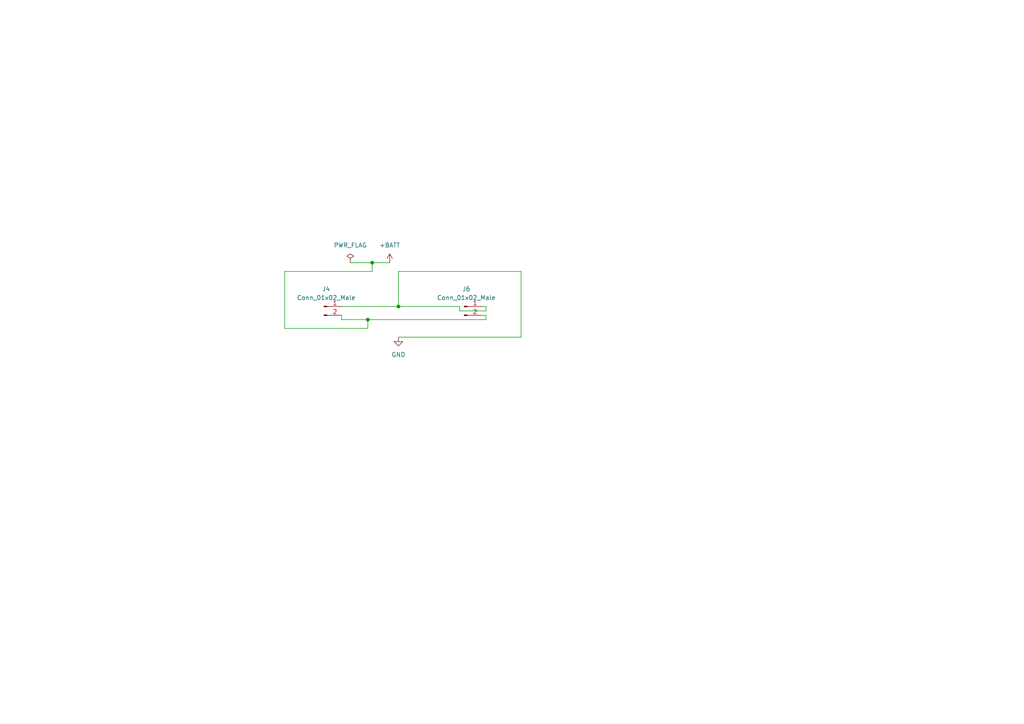
<source format=kicad_sch>
(kicad_sch (version 20211123) (generator eeschema)
  (paper "A4")
  (lib_symbols
    (symbol "Connector:Conn_01x02_Male" (pin_names (offset 1.016) hide)
      (property "Reference" "J" (at 0 2.54 0))
      (property "Value" "Conn_01x02_Male" (at 0 -5.08 0))
      (symbol "Conn_01x02_Male_1_1"
        (polyline (pts (xy 1.27 -2.54) (xy 0.8636 -2.54)) (stroke (width 0.1524)))
        (polyline (pts (xy 1.27 0) (xy 0.8636 0)) (stroke (width 0.1524)))
        (rectangle (start 0.8636 -2.413) (end 0 -2.667) (stroke (width 0.1524)) (fill (type outline)))
        (rectangle (start 0.8636 0.127) (end 0 -0.127) (stroke (width 0.1524)) (fill (type outline)))
        (pin passive line (at 5.08 0 180) (length 3.81) (name "Pin_1") (number "1"))
        (pin passive line (at 5.08 -2.54 180) (length 3.81) (name "Pin_2") (number "2"))
      )
    )
    (symbol "power:+BATT" (power) (pin_names (offset 0))
      (property "Value" "+BATT" (at 0 3.556 0))
      (symbol "+BATT_0_1"
        (polyline (pts (xy -0.762 1.27) (xy 0 2.54)))
        (polyline (pts (xy 0 0) (xy 0 2.54)))
        (polyline (pts (xy 0 2.54) (xy 0.762 1.27)))
      )
      (symbol "+BATT_1_1"
        (pin power_in line (at 0 0 90) (length 0) hide (name "+BATT") (number "1"))
      )
    )
    (symbol "power:GND" (power) (pin_names (offset 0))
      (property "Value" "GND" (at 0 -3.81 0))
      (symbol "GND_0_1"
        (polyline (pts (xy 0 0) (xy 0 -1.27) (xy 1.27 -1.27) (xy 0 -2.54) (xy -1.27 -1.27) (xy 0 -1.27)))
      )
      (symbol "GND_1_1"
        (pin power_in line (at 0 0 270) (length 0) hide (name "GND") (number "1"))
      )
    )
    (symbol "power:PWR_FLAG" (power) (pin_numbers hide) (pin_names (offset 0) hide)
      (property "Value" "PWR_FLAG" (at 0 3.81 0))
      (symbol "PWR_FLAG_0_0"
        (pin power_out line (at 0 0 90) (length 0) (name "pwr") (number "1"))
      )
      (symbol "PWR_FLAG_0_1"
        (polyline (pts (xy 0 0) (xy 0 1.27) (xy -1.016 1.905) (xy 0 2.54) (xy 1.016 1.905) (xy 0 1.27)))
      )
    )
  )
  (junction (at 106.68 92.71))
  (junction (at 107.95 76.2))
  (junction (at 115.57 88.9))
  (wire (pts (xy 140.97 91.44) (xy 139.7 91.44)))
  (wire (pts (xy 140.97 90.17) (xy 140.97 88.9)))
  (wire (pts (xy 99.06 92.71) (xy 106.68 92.71)))
  (wire (pts (xy 106.68 95.25) (xy 106.68 92.71)))
  (wire (pts (xy 151.13 97.79) (xy 151.13 78.74)))
  (wire (pts (xy 115.57 97.79) (xy 151.13 97.79)))
  (wire (pts (xy 99.06 91.44) (xy 99.06 92.71)))
  (wire (pts (xy 101.6 76.2) (xy 107.95 76.2)))
  (wire (pts (xy 140.97 92.71) (xy 140.97 91.44)))
  (wire (pts (xy 107.95 76.2) (xy 113.03 76.2)))
  (wire (pts (xy 106.68 92.71) (xy 140.97 92.71)))
  (wire (pts (xy 107.95 78.74) (xy 82.55 78.74)))
  (wire (pts (xy 115.57 78.74) (xy 115.57 88.9)))
  (wire (pts (xy 151.13 78.74) (xy 115.57 78.74)))
  (wire (pts (xy 140.97 88.9) (xy 139.7 88.9)))
  (wire (pts (xy 82.55 78.74) (xy 82.55 95.25)))
  (wire (pts (xy 107.95 76.2) (xy 107.95 78.74)))
  (wire (pts (xy 99.06 88.9) (xy 115.57 88.9)))
  (wire (pts (xy 115.57 88.9) (xy 133.35 88.9)))
  (wire (pts (xy 133.35 88.9) (xy 133.35 90.17)))
  (wire (pts (xy 82.55 95.25) (xy 106.68 95.25)))
  (wire (pts (xy 133.35 90.17) (xy 140.97 90.17)))
  (symbol (lib_id "power:+BATT") (at 113.03 76.2 0) (unit 1)
    (property "Reference" "#PWR0101" (effects hide))
    (property "Value" "+BATT" (at 113.03 71.12 0))
  )
  (symbol (lib_id "power:GND") (at 115.57 97.79 0) (unit 1)
    (property "Reference" "#PWR0102" (effects hide))
    (property "Value" "GND" (at 115.57 102.87 0))
  )
  (symbol (lib_id "Connector:Conn_01x02_Male") (at 134.62 88.9 0) (unit 1)
    (property "Reference" "J6" (at 135.255 83.82 0))
    (property "Value" "Conn_01x02_Male" (at 135.255 86.36 0))
    (property "Footprint" "Connector_AMASS:AMASS_XT60-M_1x02_P7.20mm_Vertical" (effects hide))
  )
  (symbol (lib_id "Connector:Conn_01x02_Male") (at 93.98 88.9 0) (unit 1)
    (property "Reference" "J4" (at 94.615 83.82 0))
    (property "Value" "Conn_01x02_Male" (at 94.615 86.36 0))
    (property "Footprint" "Connector_AMASS:AMASS_XT60-M_1x02_P7.20mm_Vertical" (effects hide))
  )
  (symbol (lib_id "power:PWR_FLAG") (at 101.6 76.2 0) (unit 1)
    (property "Reference" "#FLG0101" (effects hide))
    (property "Value" "PWR_FLAG" (at 101.6 71.12 0))
  )
)
</source>
